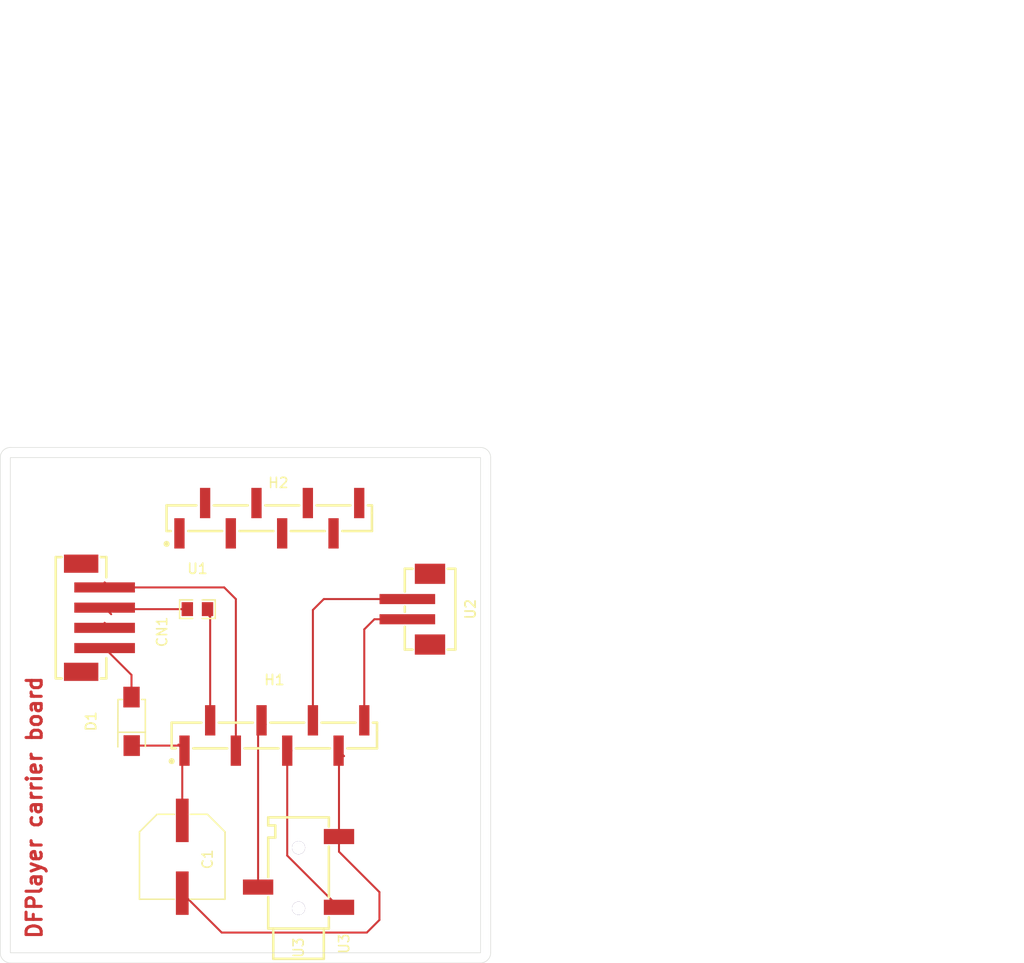
<source format=kicad_pcb>
(kicad_pcb (version 20241229) (generator "pcbnew") (generator_version "9.0")
  (layers (0 "F.Cu" signal) (2 "B.Cu" signal) (13 "F.Paste" user) (15 "B.Paste" user) (5 "F.SilkS" user "F.Silkscreen") (7 "B.SilkS" user "B.Silkscreen") (1 "F.Mask" user) (3 "B.Mask" user) (25 "Edge.Cuts" user))
  (net 0 "")
  (net 1 "_4")
  (net 2 "ADKEY_2")
  (net 3 "_6")
  (net 4 "ADKEY_1")
  (net 5 "df_header_right-GND")
  (net 6 "_3")
  (net 7 "_5")
  (net 8 "IO_2")
  (net 9 "IO_1")
  (net 10 "BUSY")
  (net 11 "SPK_1")
  (net 12 "power_5v-VCC")
  (net 13 "df_header_left-VCC")
  (net 14 "TX")
  (net 15 "USB_M")
  (net 16 "USB_P")
  (net 17 "net")
  (net 18 "df_header_left-RX")
  (net 19 "footprint-RX")
  (net 20 "power_5v-GND")
  (net 21 "DAC_R")
  (net 22 "DAC_L")
  (net 23 "SPK_2")
  (footprint "hanxia_HX_PM2_54_1x8P_TP_H8_5_ZQ:HDR-SMD_8P-P2.54-V-F-LS4.7" (layer "F.Cu") (at 152.61 81)
    (property "Reference" "H2" (at 0.89 -3.5 0) (layer "F.SilkS"))
    (property "Value" "")
    (fp_line (start -10.16 -1.27) (end -7.22 -1.27) (stroke (width 0.25)) (layer "F.SilkS"))
    (fp_line (start -10.16 1.27) (end -10.16 -1.27) (stroke (width 0.25)) (layer "F.SilkS"))
    (fp_line (start -9.75 1.27) (end -10.16 1.27) (stroke (width 0.25)) (layer "F.SilkS"))
    (fp_line (start -5.49 -1.27) (end -2.13 -1.27) (stroke (width 0.25)) (layer "F.SilkS"))
    (fp_line (start -4.67 1.27) (end -8.02 1.27) (stroke (width 0.25)) (layer "F.SilkS"))
    (fp_line (start -0.4 -1.27) (end 2.95 -1.27) (stroke (width 0.25)) (layer "F.SilkS"))
    (fp_line (start 0.4 1.27) (end -2.95 1.27) (stroke (width 0.25)) (layer "F.SilkS"))
    (fp_line (start 4.67 -1.27) (end 8.02 -1.27) (stroke (width 0.25)) (layer "F.SilkS"))
    (fp_line (start 5.49 1.27) (end 2.13 1.27) (stroke (width 0.25)) (layer "F.SilkS"))
    (fp_line (start 7.22 1.27) (end 10.15 1.27) (stroke (width 0.25)) (layer "F.SilkS"))
    (fp_line (start 10.15 -1.27) (end 9.75 -1.27) (stroke (width 0.25)) (layer "F.SilkS"))
    (fp_line (start 10.15 -1.27) (end 10.15 -0.51) (stroke (width 0.25)) (layer "F.SilkS"))
    (fp_line (start 10.15 -0.51) (end 10.15 1.27) (stroke (width 0.25)) (layer "F.SilkS"))
    (fp_circle (center -10.16 2.54) (end -10.01 2.54) (stroke (width 0.3)) (fill no) (layer "F.SilkS"))
    (pad "1" smd rect (at -8.89 1.5 180) (size 1.02 3) (layers "F.Cu" "F.Mask" "F.Paste") (net 9 "IO_1"))
    (pad "2" smd rect (at -6.35 -1.5 180) (size 1.02 3) (layers "F.Cu" "F.Mask" "F.Paste") (net 5 "df_header_right-GND"))
    (pad "3" smd rect (at -3.81 1.5 180) (size 1.02 3) (layers "F.Cu" "F.Mask" "F.Paste") (net 8 "IO_2"))
    (pad "4" smd rect (at -1.27 -1.5 180) (size 1.02 3) (layers "F.Cu" "F.Mask" "F.Paste") (net 4 "ADKEY_1"))
    (pad "5" smd rect (at 1.27 1.5 180) (size 1.02 3) (layers "F.Cu" "F.Mask" "F.Paste") (net 2 "ADKEY_2"))
    (pad "6" smd rect (at 3.81 -1.5 180) (size 1.02 3) (layers "F.Cu" "F.Mask" "F.Paste") (net 16 "USB_P"))
    (pad "7" smd rect (at 6.35 1.5 180) (size 1.02 3) (layers "F.Cu" "F.Mask" "F.Paste") (net 15 "USB_M"))
    (pad "8" smd rect (at 8.89 -1.5 180) (size 1.02 3) (layers "F.Cu" "F.Mask" "F.Paste") (net 10 "BUSY"))
  )
  (footprint "JST_Sales_America_B4B_PH_SM4_TB_LF__SN:CONN-SMD_B4B-PH-SM4-TB-LF-SN" (layer "F.Cu") (at 135.16 90.85 -90)
    (property "Reference" "CN1" (at 1.4 -6.84 90) (layer "F.SilkS"))
    (property "Value" "")
    (fp_line (start -6 3.67) (end -6 3.09) (stroke (width 0.25)) (layer "F.SilkS"))
    (fp_line (start 6 3.67) (end -6 3.67) (stroke (width 0.25)) (layer "F.SilkS"))
    (fp_line (start 6 3.09) (end 6 3.67) (stroke (width 0.25)) (layer "F.SilkS"))
    (fp_line (start -6 -1.33) (end -6 -0.77) (stroke (width 0.25)) (layer "F.SilkS"))
    (fp_line (start -6 -1.33) (end -4 -1.33) (stroke (width 0.25)) (layer "F.SilkS"))
    (fp_line (start 4 -1.33) (end 6 -1.33) (stroke (width 0.25)) (layer "F.SilkS"))
    (fp_line (start 6 -1.33) (end 6 -0.77) (stroke (width 0.25)) (layer "F.SilkS"))
    (pad "1" smd rect (at 3 -1.16 90) (size 1 6) (layers "F.Cu" "F.Mask" "F.Paste") (net 12 "power_5v-VCC"))
    (pad "2" smd rect (at 1 -1.16 90) (size 1 6) (layers "F.Cu" "F.Mask" "F.Paste") (net 20 "power_5v-GND"))
    (pad "3" smd rect (at -1 -1.16 90) (size 1 6) (layers "F.Cu" "F.Mask" "F.Paste") (net 19 "footprint-RX"))
    (pad "4" smd rect (at -3 -1.16 90) (size 1 6) (layers "F.Cu" "F.Mask" "F.Paste") (net 14 "TX"))
    (pad "5" smd rect (at -5.35 1.16 270) (size 1.8 3.4) (layers "F.Cu" "F.Mask" "F.Paste") (net 7 "_5"))
    (pad "6" smd rect (at 5.35 1.16 270) (size 1.8 3.4) (layers "F.Cu" "F.Mask" "F.Paste") (net 3 "_6"))
  )
  (footprint "hongjiacheng_M1:SMA_L4.3-W2.6-LS5.0-RD" (layer "F.Cu") (at 138.99 101.1 90)
    (property "Reference" "D1" (at 0 -4.01 90) (layer "F.SilkS"))
    (property "Value" "")
    (fp_line (start -1.08 -1.36) (end -1.08 1.36) (stroke (width 0.15)) (layer "F.SilkS"))
    (fp_line (start -2.53 -1.36) (end 2.16 -1.35) (stroke (width 0.15)) (layer "F.SilkS"))
    (fp_line (start 2.16 -1.27) (end 2.16 -0.92) (stroke (width 0.15)) (layer "F.SilkS"))
    (fp_line (start 2.16 1.36) (end 2.16 1.01) (stroke (width 0.15)) (layer "F.SilkS"))
    (fp_line (start -2.5 1.36) (end 2.16 1.36) (stroke (width 0.15)) (layer "F.SilkS"))
    (fp_text user "${REFERENCE}" (at 0 -4.01 90) (layer "F.SilkS"))
    (pad "1" smd rect (at -2.4 0.01 90) (size 2.05 1.62) (layers "F.Cu" "F.Mask" "F.Paste") (net 13 "df_header_left-VCC"))
    (pad "2" smd rect (at 2.4 -0.01 270) (size 2.05 1.62) (layers "F.Cu" "F.Mask" "F.Paste") (net 12 "power_5v-VCC"))
  )
  (footprint "UNI_ROYAL_0805W8F1001T5E:R0805" (layer "F.Cu") (at 145.5 90)
    (property "Reference" "U1" (at 0 -4 0) (layer "F.SilkS"))
    (property "Value" "1kΩ ±1% 125mW")
    (fp_line (start -1.76 -0.92) (end -0.48 -0.92) (stroke (width 0.15)) (layer "F.SilkS"))
    (fp_line (start -1.76 0.92) (end -1.76 -0.92) (stroke (width 0.15)) (layer "F.SilkS"))
    (fp_line (start -0.48 0.92) (end -1.76 0.92) (stroke (width 0.15)) (layer "F.SilkS"))
    (fp_line (start 0.48 0.92) (end 1.76 0.92) (stroke (width 0.15)) (layer "F.SilkS"))
    (fp_line (start 1.76 -0.92) (end 0.48 -0.92) (stroke (width 0.15)) (layer "F.SilkS"))
    (fp_line (start 1.76 0.92) (end 1.76 -0.92) (stroke (width 0.15)) (layer "F.SilkS"))
    (fp_text user "${REFERENCE}" (at 0 -4 0) (layer "F.SilkS"))
    (pad "1" smd rect (at -1 0) (size 1.13 1.38) (layers "F.Cu" "F.Mask" "F.Paste") (net 19 "footprint-RX"))
    (pad "2" smd rect (at 1 0) (size 1.13 1.38) (layers "F.Cu" "F.Mask" "F.Paste") (net 18 "df_header_left-RX"))
  )
  (footprint "hanxia_HX_PM2_54_1x8P_TP_H8_5_ZQ:HDR-SMD_8P-P2.54-V-F-LS4.7" (layer "F.Cu") (at 153.11 102.5)
    (property "Reference" "H1" (at 0 -5.5 0) (layer "F.SilkS"))
    (property "Value" "")
    (fp_line (start -10.16 -1.27) (end -7.22 -1.27) (stroke (width 0.25)) (layer "F.SilkS"))
    (fp_line (start -10.16 1.27) (end -10.16 -1.27) (stroke (width 0.25)) (layer "F.SilkS"))
    (fp_line (start -9.75 1.27) (end -10.16 1.27) (stroke (width 0.25)) (layer "F.SilkS"))
    (fp_line (start -5.49 -1.27) (end -2.13 -1.27) (stroke (width 0.25)) (layer "F.SilkS"))
    (fp_line (start -4.67 1.27) (end -8.02 1.27) (stroke (width 0.25)) (layer "F.SilkS"))
    (fp_line (start -0.4 -1.27) (end 2.95 -1.27) (stroke (width 0.25)) (layer "F.SilkS"))
    (fp_line (start 0.4 1.27) (end -2.95 1.27) (stroke (width 0.25)) (layer "F.SilkS"))
    (fp_line (start 4.67 -1.27) (end 8.02 -1.27) (stroke (width 0.25)) (layer "F.SilkS"))
    (fp_line (start 5.49 1.27) (end 2.13 1.27) (stroke (width 0.25)) (layer "F.SilkS"))
    (fp_line (start 7.22 1.27) (end 10.15 1.27) (stroke (width 0.25)) (layer "F.SilkS"))
    (fp_line (start 10.15 -1.27) (end 9.75 -1.27) (stroke (width 0.25)) (layer "F.SilkS"))
    (fp_line (start 10.15 -1.27) (end 10.15 -0.51) (stroke (width 0.25)) (layer "F.SilkS"))
    (fp_line (start 10.15 -0.51) (end 10.15 1.27) (stroke (width 0.25)) (layer "F.SilkS"))
    (fp_circle (center -10.16 2.54) (end -10.01 2.54) (stroke (width 0.3)) (fill no) (layer "F.SilkS"))
    (fp_text user "${REFERENCE}" (at 0 -5.5 0) (layer "F.SilkS"))
    (pad "1" smd rect (at -8.89 1.5 180) (size 1.02 3) (layers "F.Cu" "F.Mask" "F.Paste") (net 13 "df_header_left-VCC"))
    (pad "2" smd rect (at -6.35 -1.5 180) (size 1.02 3) (layers "F.Cu" "F.Mask" "F.Paste") (net 18 "df_header_left-RX"))
    (pad "3" smd rect (at -3.81 1.5 180) (size 1.02 3) (layers "F.Cu" "F.Mask" "F.Paste") (net 14 "TX"))
    (pad "4" smd rect (at -1.27 -1.5 180) (size 1.02 3) (layers "F.Cu" "F.Mask" "F.Paste") (net 21 "DAC_R"))
    (pad "5" smd rect (at 1.27 1.5 180) (size 1.02 3) (layers "F.Cu" "F.Mask" "F.Paste") (net 22 "DAC_L"))
    (pad "6" smd rect (at 3.81 -1.5 180) (size 1.02 3) (layers "F.Cu" "F.Mask" "F.Paste") (net 11 "SPK_1"))
    (pad "7" smd rect (at 6.35 1.5 180) (size 1.02 3) (layers "F.Cu" "F.Mask" "F.Paste") (net 20 "power_5v-GND"))
    (pad "8" smd rect (at 8.89 -1.5 180) (size 1.02 3) (layers "F.Cu" "F.Mask" "F.Paste") (net 23 "SPK_2"))
  )
  (footprint "JST_Sales_America_B2B_PH_SM4_TBT_LF__SN:CONN-SMD_B2B-PH-SM4-TBT-LF-SN" (layer "F.Cu") (at 167.38 90 -90)
    (property "Reference" "U2" (at 0 -5.12 90) (layer "F.SilkS"))
    (property "Value" "")
    (fp_line (start -4 1.37) (end -1.73 1.37) (stroke (width 0.25)) (layer "F.SilkS"))
    (fp_line (start -0.27 1.37) (end 0.27 1.37) (stroke (width 0.25)) (layer "F.SilkS"))
    (fp_line (start 1.73 1.37) (end 4 1.37) (stroke (width 0.25)) (layer "F.SilkS"))
    (fp_line (start 4 1.37) (end 4 0.6) (stroke (width 0.25)) (layer "F.SilkS"))
    (fp_line (start -4 0.6) (end -4 1.37) (stroke (width 0.25)) (layer "F.SilkS"))
    (fp_line (start 4 -2.86) (end 4 -3.63) (stroke (width 0.25)) (layer "F.SilkS"))
    (fp_line (start -4 -3.63) (end -4 -2.86) (stroke (width 0.25)) (layer "F.SilkS"))
    (fp_line (start -4 -3.63) (end 4 -3.63) (stroke (width 0.25)) (layer "F.SilkS"))
    (fp_text user "${REFERENCE}" (at 0 -5.12 90) (layer "F.SilkS"))
    (pad "1" smd rect (at -1 1.12 270) (size 1 5.5) (layers "F.Cu" "F.Mask" "F.Paste") (net 11 "SPK_1"))
    (pad "2" smd rect (at 1 1.12 270) (size 1 5.5) (layers "F.Cu" "F.Mask" "F.Paste") (net 23 "SPK_2"))
    (pad "3" smd rect (at 3.5 -1.12 270) (size 2 3) (layers "F.Cu" "F.Mask" "F.Paste") (net 6 "_3"))
    (pad "4" smd rect (at -3.5 -1.12 270) (size 2 3) (layers "F.Cu" "F.Mask" "F.Paste") (net 1 "_4"))
  )
  (footprint "PANASONIC_EEEFK1A471AP:CAP-SMD_BD8.0-L8.3-W8.3-LS9.9-FD" (layer "F.Cu") (at 144 114.5 -90)
    (property "Reference" "C1" (hide yes))
    (property "Value" "")
    (fp_line (start -2.46 4.23) (end -4.2 2.49) (stroke (width 0.15)) (layer "F.SilkS"))
    (fp_line (start 4.2 4.23) (end -2.46 4.23) (stroke (width 0.15)) (layer "F.SilkS"))
    (fp_line (start -4.2 2.49) (end -4.2 0.78) (stroke (width 0.15)) (layer "F.SilkS"))
    (fp_line (start 4.2 0.78) (end 4.2 4.23) (stroke (width 0.15)) (layer "F.SilkS"))
    (fp_line (start 4.2 -0.78) (end 4.2 -4.23) (stroke (width 0.15)) (layer "F.SilkS"))
    (fp_line (start -4.2 -2.49) (end -4.2 -0.78) (stroke (width 0.15)) (layer "F.SilkS"))
    (fp_line (start -2.46 -4.23) (end -4.2 -2.49) (stroke (width 0.15)) (layer "F.SilkS"))
    (fp_line (start 4.2 -4.23) (end -2.46 -4.23) (stroke (width 0.15)) (layer "F.SilkS"))
    (fp_text user "${REFERENCE}" (at 0.25 -2.5 90) (layer "F.SilkS"))
    (pad "1" smd rect (at -3.6 0 270) (size 4.3 1.26) (layers "F.Cu" "F.Mask" "F.Paste") (net 13 "df_header_left-VCC"))
    (pad "2" smd rect (at 3.6 0 270) (size 4.3 1.26) (layers "F.Cu" "F.Mask" "F.Paste") (net 20 "power_5v-GND"))
  )
  (footprint "SOFNG_PJ_320B:AUDIO-SMD_PJ-320B" (layer "F.Cu") (at 155.5 116 180)
    (property "Reference" "U3" (at 0 -7.5 90) (layer "F.SilkS"))
    (property "Value" "")
    (fp_line (start 3 5.4) (end -3 5.4) (stroke (width 0.25)) (layer "F.SilkS"))
    (fp_line (start 3 4.6) (end 3 5.4) (stroke (width 0.25)) (layer "F.SilkS"))
    (fp_line (start 3 3.4) (end 2.3 3.4) (stroke (width 0.25)) (layer "F.SilkS"))
    (fp_line (start 3 -0.52) (end 3 3.4) (stroke (width 0.25)) (layer "F.SilkS"))
    (fp_line (start 3 -5.6) (end 3 -2.48) (stroke (width 0.25)) (layer "F.SilkS"))
    (fp_line (start 2.5 -5.6) (end 2.5 -8.6) (stroke (width 0.25)) (layer "F.SilkS"))
    (fp_line (start 2.3 4.6) (end 3 4.6) (stroke (width 0.25)) (layer "F.SilkS"))
    (fp_line (start 2.3 3.4) (end 2.3 4.6) (stroke (width 0.25)) (layer "F.SilkS"))
    (fp_line (start -2.5 -5.6) (end -2.5 -8.6) (stroke (width 0.25)) (layer "F.SilkS"))
    (fp_line (start -2.5 -8.6) (end 2.5 -8.6) (stroke (width 0.25)) (layer "F.SilkS"))
    (fp_line (start -3 4.48) (end -3 5.4) (stroke (width 0.25)) (layer "F.SilkS"))
    (fp_line (start -3 -2.52) (end -3 2.52) (stroke (width 0.25)) (layer "F.SilkS"))
    (fp_line (start -3 -5.6) (end 3 -5.6) (stroke (width 0.25)) (layer "F.SilkS"))
    (fp_line (start -3 -5.6) (end -3 -4.48) (stroke (width 0.25)) (layer "F.SilkS"))
    (fp_text user "${REFERENCE}" (at -4.5 -7.1 90) (layer "F.SilkS"))
    (pad "" thru_hole circle (at 0 -3.6 180) (size 1.3 1.3) (drill 1.3) (layers "*.Cu" "*.Mask") (net 17 "net"))
    (pad "" thru_hole circle (at 0 2.4 180) (size 1.3 1.3) (drill 1.3) (layers "*.Cu" "*.Mask") (net 17 "net"))
    (pad "1" smd rect (at -4 -3.5 180) (size 3 1.5) (layers "F.Cu" "F.Mask" "F.Paste") (net 22 "DAC_L"))
    (pad "2" smd rect (at 4 -1.5 180) (size 3 1.5) (layers "F.Cu" "F.Mask" "F.Paste") (net 21 "DAC_R"))
    (pad "3" smd rect (at -4 3.5 180) (size 3 1.5) (layers "F.Cu" "F.Mask" "F.Paste") (net 20 "power_5v-GND"))
  )
  (gr_line (start 126 124) (end 126 75) (stroke (width 0.05)) (layer "Edge.Cuts"))
  (gr_rect (start 127 75) (end 173.5 124) (stroke (width 0.05)) (fill no) (layer "Edge.Cuts"))
  (gr_line (start 173.5 125) (end 127 125) (stroke (width 0.05)) (layer "Edge.Cuts"))
  (gr_arc (start 127 125) (mid 126.292893 124.707107) (end 126 124) (stroke (width 0.05)) (layer "Edge.Cuts"))
  (gr_arc (start 126 75) (mid 126.292893 74.292893) (end 127 74) (stroke (width 0.05)) (layer "Edge.Cuts"))
  (gr_arc (start 174.5 124) (mid 174.207107 124.707107) (end 173.5 125) (stroke (width 0.05)) (layer "Edge.Cuts"))
  (gr_line (start 174.5 75) (end 174.5 124) (stroke (width 0.05)) (layer "Edge.Cuts"))
  (gr_line (start 127 74) (end 173.5 74) (stroke (width 0.05)) (layer "Edge.Cuts"))
  (gr_arc (start 173.5 74) (mid 174.207107 74.292893) (end 174.5 75) (stroke (width 0.05)) (layer "Edge.Cuts"))
  (gr_text "DFPlayer carrier board" (at 130.25 122.75 90) (layer "F.Cu") (effects (font (size 1.5 1.5) (thickness 0.3) (bold yes)) (justify left bottom)))
  (segment (start 156.92 90.08) (end 158 89) (width 0.2) (layer "F.Cu") (net 11))
  (segment (start 156.92 101) (end 156.92 90.08) (width 0.2) (layer "F.Cu") (net 11))
  (segment (start 158 89) (end 166.26 89) (width 0.2) (layer "F.Cu") (net 11))
  (segment (start 138.98 96.51) (end 136.32 93.85) (width 0.2) (layer "F.Cu") (net 12))
  (segment (start 138.98 98.7) (end 138.98 96.51) (width 0.2) (layer "F.Cu") (net 12))
  (segment (start 143.72 103.5) (end 144.22 104) (width 0.2) (layer "F.Cu") (net 13))
  (segment (start 144 104.22) (end 144.22 104) (width 0.2) (layer "F.Cu") (net 13))
  (segment (start 144 110.9) (end 144 104.22) (width 0.2) (layer "F.Cu") (net 13))
  (segment (start 139 103.5) (end 143.72 103.5) (width 0.2) (layer "F.Cu") (net 13))
  (segment (start 144.6 104.38) (end 144.22 104) (width 0.2) (layer "F.Cu") (net 13))
  (segment (start 143.62 103.4) (end 144.22 104) (width 0.2) (layer "F.Cu") (net 13))
  (segment (start 136.97 88) (end 136.32 87.35) (width 0.2) (layer "F.Cu") (net 14))
  (segment (start 149.3 104) (end 149.3 89) (width 0.2) (layer "F.Cu") (net 14))
  (segment (start 148.15 87.85) (end 136.32 87.85) (width 0.2) (layer "F.Cu") (net 14))
  (segment (start 149.3 89) (end 148.15 87.85) (width 0.2) (layer "F.Cu") (net 14))
  (segment (start 146.76 90.26) (end 146.5 90) (width 0.2) (layer "F.Cu") (net 18))
  (segment (start 146.86 100.9) (end 146.76 101) (width 0.2) (layer "F.Cu") (net 18))
  (segment (start 146.76 101) (end 146.76 90.26) (width 0.2) (layer "F.Cu") (net 18))
  (segment (start 146.5 90) (end 146.5 90.5) (width 0.2) (layer "F.Cu") (net 18))
  (segment (start 146.5 90.5) (end 146.76 90.76) (width 0.2) (layer "F.Cu") (net 18))
  (segment (start 144.5 90) (end 136.47 90) (width 0.2) (layer "F.Cu") (net 19))
  (segment (start 136.97 90.5) (end 136.32 89.85) (width 0.2) (layer "F.Cu") (net 19))
  (segment (start 136.47 90) (end 136.32 89.85) (width 0.2) (layer "F.Cu") (net 19))
  (segment (start 160 104.54) (end 159.74355 104.28355) (width 0.2) (layer "F.Cu") (net 20))
  (segment (start 159.5 104.04) (end 159.46 104) (width 0.2) (layer "F.Cu") (net 20))
  (segment (start 144 118.1) (end 147.9 122) (width 0.2) (layer "F.Cu") (net 20))
  (segment (start 162.25 122) (end 163.5 120.75) (width 0.2) (layer "F.Cu") (net 20))
  (segment (start 159.5 114) (end 159.5 112.5) (width 0.2) (layer "F.Cu") (net 20))
  (segment (start 163.5 118) (end 159.5 114) (width 0.2) (layer "F.Cu") (net 20))
  (segment (start 163.5 120.75) (end 163.5 118) (width 0.2) (layer "F.Cu") (net 20))
  (segment (start 159.5 112.5) (end 159.5 104.04) (width 0.2) (layer "F.Cu") (net 20))
  (segment (start 136.49 91.52) (end 136.32 91.35) (width 0.2) (layer "F.Cu") (net 20))
  (segment (start 147.9 122) (end 162.25 122) (width 0.2) (layer "F.Cu") (net 20))
  (segment (start 152 101.16) (end 151.84 101) (width 0.2) (layer "F.Cu") (net 21))
  (segment (start 151.5 101.34) (end 151.84 101) (width 0.2) (layer "F.Cu") (net 21))
  (segment (start 152.25 101.41) (end 151.84 101) (width 0.2) (layer "F.Cu") (net 21))
  (segment (start 151.5 117.5) (end 151.5 101.34) (width 0.2) (layer "F.Cu") (net 21))
  (segment (start 154.38 104) (end 154.802 104) (width 0.2) (layer "F.Cu") (net 22))
  (segment (start 159.5 119.5) (end 154.38 114.38) (width 0.2) (layer "F.Cu") (net 22))
  (segment (start 154.38 114.38) (end 154.38 104) (width 0.2) (layer "F.Cu") (net 22))
  (segment (start 162 101) (end 162 92) (width 0.2) (layer "F.Cu") (net 23))
  (segment (start 162 92) (end 163 91) (width 0.2) (layer "F.Cu") (net 23))
  (segment (start 163 91) (end 166.26 91) (width 0.2) (layer "F.Cu") (net 23))
)
</source>
